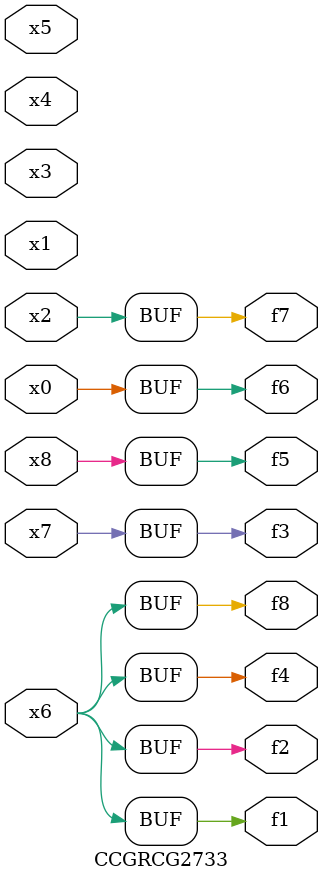
<source format=v>
module CCGRCG2733(
	input x0, x1, x2, x3, x4, x5, x6, x7, x8,
	output f1, f2, f3, f4, f5, f6, f7, f8
);
	assign f1 = x6;
	assign f2 = x6;
	assign f3 = x7;
	assign f4 = x6;
	assign f5 = x8;
	assign f6 = x0;
	assign f7 = x2;
	assign f8 = x6;
endmodule

</source>
